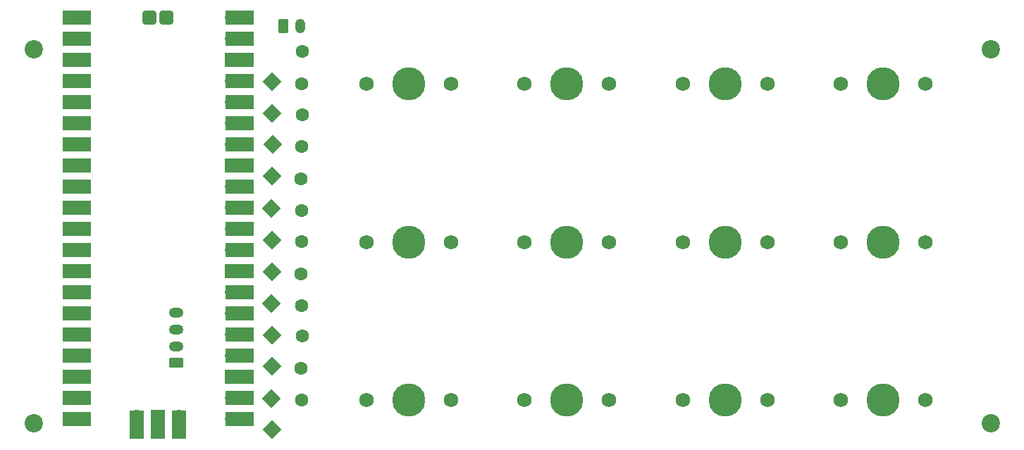
<source format=gbr>
%TF.GenerationSoftware,KiCad,Pcbnew,7.0.9*%
%TF.CreationDate,2024-08-19T17:06:16-04:00*%
%TF.ProjectId,macropad-pico,6d616372-6f70-4616-942d-7069636f2e6b,rev?*%
%TF.SameCoordinates,Original*%
%TF.FileFunction,Soldermask,Top*%
%TF.FilePolarity,Negative*%
%FSLAX46Y46*%
G04 Gerber Fmt 4.6, Leading zero omitted, Abs format (unit mm)*
G04 Created by KiCad (PCBNEW 7.0.9) date 2024-08-19 17:06:16*
%MOMM*%
%LPD*%
G01*
G04 APERTURE LIST*
G04 Aperture macros list*
%AMRoundRect*
0 Rectangle with rounded corners*
0 $1 Rounding radius*
0 $2 $3 $4 $5 $6 $7 $8 $9 X,Y pos of 4 corners*
0 Add a 4 corners polygon primitive as box body*
4,1,4,$2,$3,$4,$5,$6,$7,$8,$9,$2,$3,0*
0 Add four circle primitives for the rounded corners*
1,1,$1+$1,$2,$3*
1,1,$1+$1,$4,$5*
1,1,$1+$1,$6,$7*
1,1,$1+$1,$8,$9*
0 Add four rect primitives between the rounded corners*
20,1,$1+$1,$2,$3,$4,$5,0*
20,1,$1+$1,$4,$5,$6,$7,0*
20,1,$1+$1,$6,$7,$8,$9,0*
20,1,$1+$1,$8,$9,$2,$3,0*%
%AMHorizOval*
0 Thick line with rounded ends*
0 $1 width*
0 $2 $3 position (X,Y) of the first rounded end (center of the circle)*
0 $4 $5 position (X,Y) of the second rounded end (center of the circle)*
0 Add line between two ends*
20,1,$1,$2,$3,$4,$5,0*
0 Add two circle primitives to create the rounded ends*
1,1,$1,$2,$3*
1,1,$1,$4,$5*%
%AMRotRect*
0 Rectangle, with rotation*
0 The origin of the aperture is its center*
0 $1 length*
0 $2 width*
0 $3 Rotation angle, in degrees counterclockwise*
0 Add horizontal line*
21,1,$1,$2,0,0,$3*%
G04 Aperture macros list end*
%ADD10O,1.200000X1.750000*%
%ADD11RoundRect,0.250000X-0.350000X-0.625000X0.350000X-0.625000X0.350000X0.625000X-0.350000X0.625000X0*%
%ADD12RotRect,1.600000X1.600000X45.000000*%
%ADD13HorizOval,1.600000X0.000000X0.000000X0.000000X0.000000X0*%
%ADD14RoundRect,0.250000X0.625000X-0.350000X0.625000X0.350000X-0.625000X0.350000X-0.625000X-0.350000X0*%
%ADD15O,1.750000X1.200000*%
%ADD16C,1.750000*%
%ADD17C,3.987800*%
%ADD18O,1.700000X1.700000*%
%ADD19R,3.500000X1.700000*%
%ADD20R,1.700000X1.700000*%
%ADD21R,1.700000X3.500000*%
%ADD22RoundRect,0.437500X-0.437500X-0.437500X0.437500X-0.437500X0.437500X0.437500X-0.437500X0.437500X0*%
%ADD23C,2.200000*%
G04 APERTURE END LIST*
D10*
%TO.C,J2*%
X140089000Y-40933000D03*
D11*
X138089000Y-40933000D03*
%TD*%
D12*
%TO.C,D1*%
X136712026Y-47587974D03*
D13*
X140304128Y-43995872D03*
%TD*%
D14*
%TO.C,J1*%
X125162000Y-81402000D03*
D15*
X125162000Y-79402000D03*
X125162000Y-77402000D03*
X125162000Y-75402000D03*
%TD*%
D12*
%TO.C,D2*%
X136664026Y-51412974D03*
D13*
X140256128Y-47820872D03*
%TD*%
D12*
%TO.C,D10*%
X136712026Y-81773974D03*
D13*
X140304128Y-78181872D03*
%TD*%
D12*
%TO.C,D3*%
X136759026Y-55166974D03*
D13*
X140351128Y-51574872D03*
%TD*%
D12*
%TO.C,D4*%
X136702077Y-58976923D03*
D13*
X140294179Y-55384821D03*
%TD*%
D16*
%TO.C,SW-1U-9*%
X148018077Y-85871923D03*
D17*
X153098077Y-85871923D03*
D16*
X158178077Y-85871923D03*
%TD*%
D12*
%TO.C,D6*%
X136664026Y-66664974D03*
D13*
X140256128Y-63072872D03*
%TD*%
D16*
%TO.C,SW-1U-8*%
X205018077Y-66871923D03*
D17*
X210098077Y-66871923D03*
D16*
X215178077Y-66871923D03*
%TD*%
D12*
%TO.C,D8*%
X136617026Y-74266974D03*
D13*
X140209128Y-70674872D03*
%TD*%
D12*
%TO.C,D12*%
X136664026Y-89423974D03*
D13*
X140256128Y-85831872D03*
%TD*%
D12*
%TO.C,D5*%
X136617026Y-62863974D03*
D13*
X140209128Y-59271872D03*
%TD*%
D18*
%TO.C,RPI1*%
X114104077Y-39906923D03*
D19*
X113204077Y-39906923D03*
D18*
X114104077Y-42446923D03*
D19*
X113204077Y-42446923D03*
D20*
X114104077Y-44986923D03*
D19*
X113204077Y-44986923D03*
D18*
X114104077Y-47526923D03*
D19*
X113204077Y-47526923D03*
D18*
X114104077Y-50066923D03*
D19*
X113204077Y-50066923D03*
D18*
X114104077Y-52606923D03*
D19*
X113204077Y-52606923D03*
D18*
X114104077Y-55146923D03*
D19*
X113204077Y-55146923D03*
D20*
X114104077Y-57686923D03*
D19*
X113204077Y-57686923D03*
D18*
X114104077Y-60226923D03*
D19*
X113204077Y-60226923D03*
D18*
X114104077Y-62766923D03*
D19*
X113204077Y-62766923D03*
D18*
X114104077Y-65306923D03*
D19*
X113204077Y-65306923D03*
D18*
X114104077Y-67846923D03*
D19*
X113204077Y-67846923D03*
D20*
X114104077Y-70386923D03*
D19*
X113204077Y-70386923D03*
D18*
X114104077Y-72926923D03*
D19*
X113204077Y-72926923D03*
D18*
X114104077Y-75466923D03*
D19*
X113204077Y-75466923D03*
D18*
X114104077Y-78006923D03*
D19*
X113204077Y-78006923D03*
D18*
X114104077Y-80546923D03*
D19*
X113204077Y-80546923D03*
D20*
X114104077Y-83086923D03*
D19*
X113204077Y-83086923D03*
D18*
X114104077Y-85626923D03*
D19*
X113204077Y-85626923D03*
D18*
X114104077Y-88166923D03*
D19*
X113204077Y-88166923D03*
D18*
X131884077Y-88166923D03*
D19*
X132784077Y-88166923D03*
D18*
X131884077Y-85626923D03*
D19*
X132784077Y-85626923D03*
D20*
X131884077Y-83086923D03*
D19*
X132784077Y-83086923D03*
D18*
X131884077Y-80546923D03*
D19*
X132784077Y-80546923D03*
D18*
X131884077Y-78006923D03*
D19*
X132784077Y-78006923D03*
D18*
X131884077Y-75466923D03*
D19*
X132784077Y-75466923D03*
D18*
X131884077Y-72926923D03*
D19*
X132784077Y-72926923D03*
D20*
X131884077Y-70386923D03*
D19*
X132784077Y-70386923D03*
D18*
X131884077Y-67846923D03*
D19*
X132784077Y-67846923D03*
D18*
X131884077Y-65306923D03*
D19*
X132784077Y-65306923D03*
D18*
X131884077Y-62766923D03*
D19*
X132784077Y-62766923D03*
D18*
X131884077Y-60226923D03*
D19*
X132784077Y-60226923D03*
D20*
X131884077Y-57686923D03*
D19*
X132784077Y-57686923D03*
D18*
X131884077Y-55146923D03*
D19*
X132784077Y-55146923D03*
D18*
X131884077Y-52606923D03*
D19*
X132784077Y-52606923D03*
D18*
X131884077Y-50066923D03*
D19*
X132784077Y-50066923D03*
D18*
X131884077Y-47526923D03*
D19*
X132784077Y-47526923D03*
D20*
X131884077Y-44986923D03*
D19*
X132784077Y-44986923D03*
D18*
X131884077Y-42446923D03*
D19*
X132784077Y-42446923D03*
D18*
X131884077Y-39906923D03*
D19*
X132784077Y-39906923D03*
D18*
X120454077Y-87936923D03*
D21*
X120454077Y-88836923D03*
D20*
X122994077Y-87936923D03*
D21*
X122994077Y-88836923D03*
D18*
X125534077Y-87936923D03*
D21*
X125534077Y-88836923D03*
D22*
X124010077Y-39911923D03*
X121978077Y-39911923D03*
%TD*%
D12*
%TO.C,D9*%
X136664026Y-78115974D03*
D13*
X140256128Y-74523872D03*
%TD*%
D16*
%TO.C,SW-1U-6*%
X167018077Y-66871923D03*
D17*
X172098077Y-66871923D03*
D16*
X177178077Y-66871923D03*
%TD*%
%TO.C,SW-1U-11*%
X186018077Y-85871923D03*
D17*
X191098077Y-85871923D03*
D16*
X196178077Y-85871923D03*
%TD*%
%TO.C,SW-1U-10*%
X167018077Y-85871923D03*
D17*
X172098077Y-85871923D03*
D16*
X177178077Y-85871923D03*
%TD*%
%TO.C,SW-1U-7*%
X186018077Y-66871923D03*
D17*
X191098077Y-66871923D03*
D16*
X196178077Y-66871923D03*
%TD*%
D12*
%TO.C,D11*%
X136617026Y-85669974D03*
D13*
X140209128Y-82077872D03*
%TD*%
D16*
%TO.C,SW-1U-3*%
X186018077Y-47871923D03*
D17*
X191098077Y-47871923D03*
D16*
X196178077Y-47871923D03*
%TD*%
D23*
%TO.C,*%
X108046000Y-88695000D03*
%TD*%
D16*
%TO.C,SW-1U-2*%
X167018077Y-47871923D03*
D17*
X172098077Y-47871923D03*
D16*
X177178077Y-47871923D03*
%TD*%
%TO.C,SW-1U-1*%
X148018077Y-47871923D03*
D17*
X153098077Y-47871923D03*
D16*
X158178077Y-47871923D03*
%TD*%
%TO.C,SW-1U-5*%
X148018077Y-66871923D03*
D17*
X153098077Y-66871923D03*
D16*
X158178077Y-66871923D03*
%TD*%
%TO.C,SW-1U-12*%
X205018077Y-85871923D03*
D17*
X210098077Y-85871923D03*
D16*
X215178077Y-85871923D03*
%TD*%
D23*
%TO.C,*%
X223049000Y-43703000D03*
%TD*%
D12*
%TO.C,D7*%
X136664026Y-70417974D03*
D13*
X140256128Y-66825872D03*
%TD*%
D23*
%TO.C,*%
X108050000Y-43700000D03*
%TD*%
D16*
%TO.C,SW-1U-4*%
X205018077Y-47871923D03*
D17*
X210098077Y-47871923D03*
D16*
X215178077Y-47871923D03*
%TD*%
D23*
%TO.C,*%
X223048000Y-88696000D03*
%TD*%
M02*

</source>
